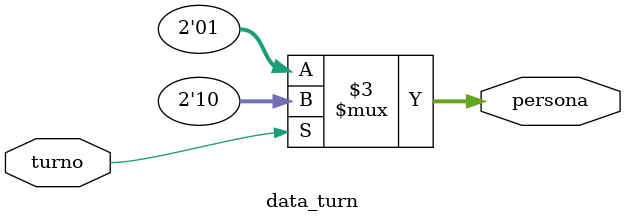
<source format=sv>
module data_turn(input logic turno, output logic [1:0] persona);
always_comb
begin
case(turno)
'b1:persona<='b10;
default:persona<='b01;
endcase
end
endmodule

</source>
